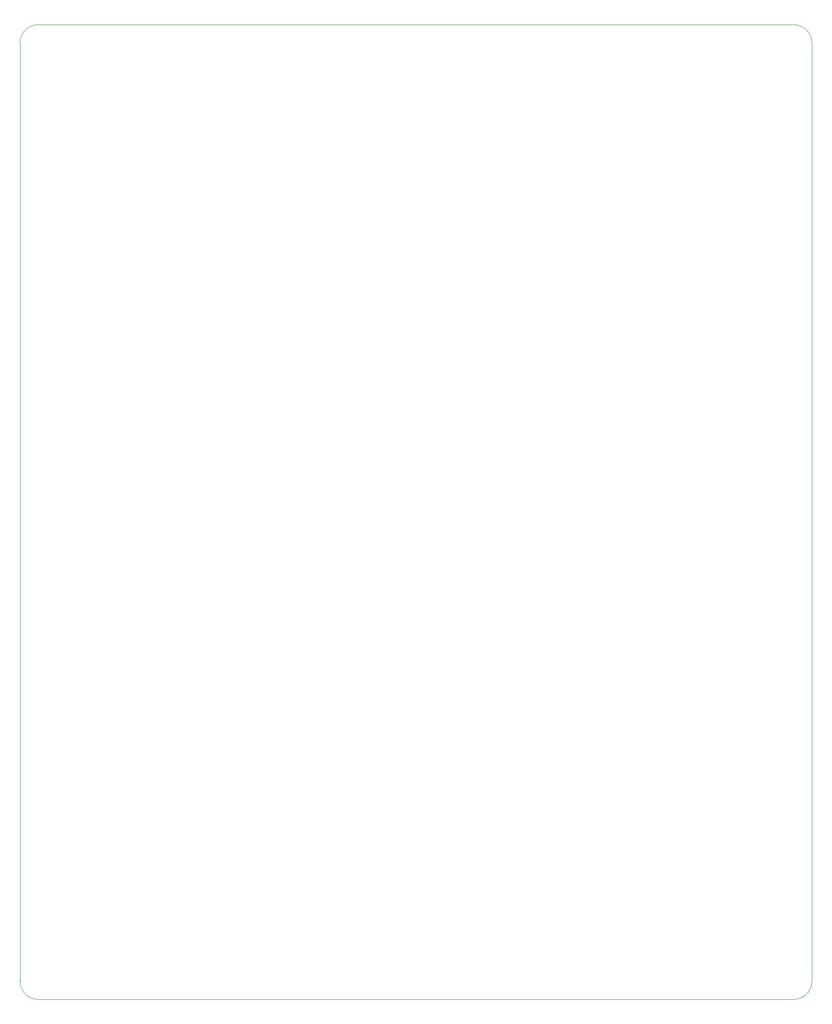
<source format=gbr>
G04 #@! TF.GenerationSoftware,KiCad,Pcbnew,(5.1.5)-3*
G04 #@! TF.CreationDate,2021-02-01T12:28:56+11:00*
G04 #@! TF.ProjectId,LED Array,4c454420-4172-4726-9179-2e6b69636164,rev?*
G04 #@! TF.SameCoordinates,Original*
G04 #@! TF.FileFunction,Profile,NP*
%FSLAX46Y46*%
G04 Gerber Fmt 4.6, Leading zero omitted, Abs format (unit mm)*
G04 Created by KiCad (PCBNEW (5.1.5)-3) date 2021-02-01 12:28:56*
%MOMM*%
%LPD*%
G04 APERTURE LIST*
%ADD10C,0.050000*%
G04 APERTURE END LIST*
D10*
X137000000Y-232000000D02*
G75*
G02X133500000Y-228500000I0J3500000D01*
G01*
X283500000Y-228500000D02*
G75*
G02X280000000Y-232000000I-3500000J0D01*
G01*
X280000000Y-47500000D02*
G75*
G02X283500000Y-51000000I0J-3500000D01*
G01*
X133500000Y-51000000D02*
G75*
G02X137000000Y-47500000I3500000J0D01*
G01*
X133500000Y-51000000D02*
X133500000Y-228500000D01*
X137000000Y-232000000D02*
X280000000Y-232000000D01*
X283500000Y-51000000D02*
X283500000Y-228500000D01*
X137000000Y-47500000D02*
X280000000Y-47500000D01*
M02*

</source>
